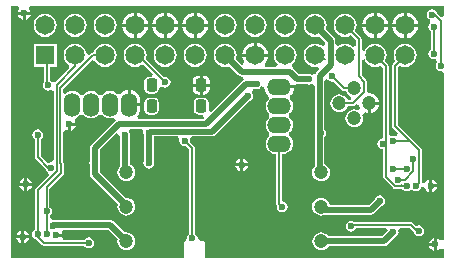
<source format=gbl>
%FSTAX23Y23*%
%MOIN*%
%SFA1B1*%

%IPPOS*%
%AMD49*
4,1,8,0.017700,-0.012800,0.017700,0.012800,0.008900,0.021700,-0.008900,0.021700,-0.017700,0.012800,-0.017700,-0.012800,-0.008900,-0.021700,0.008900,-0.021700,0.017700,-0.012800,0.0*
1,1,0.017720,0.008900,-0.012800*
1,1,0.017720,0.008900,0.012800*
1,1,0.017720,-0.008900,0.012800*
1,1,0.017720,-0.008900,-0.012800*
%
%ADD12C,0.010000*%
%ADD14C,0.006000*%
%ADD42C,0.020000*%
%ADD44C,0.064960*%
%ADD45R,0.064960X0.064960*%
%ADD46O,0.055120X0.078740*%
%ADD47O,0.078740X0.055120*%
%ADD48C,0.047240*%
G04~CAMADD=49~8~0.0~0.0~433.1~354.3~88.6~0.0~15~0.0~0.0~0.0~0.0~0~0.0~0.0~0.0~0.0~0~0.0~0.0~0.0~270.0~356.0~433.0*
%ADD49D49*%
%ADD50C,0.023620*%
%LNfront_flex_dev_board-1*%
%LPD*%
G36*
X0145Y00812D02*
X0144Y00807D01*
X01426Y00821*
X01426Y00821*
X01422Y00827*
X01416Y00831*
X0141Y00833*
X01403Y00831*
X01397Y00827*
X01393Y00821*
X01391Y00815*
X01393Y00808*
X01397Y00802*
X01401Y00799*
X01402Y00792*
X01402Y00788*
X01402Y00787*
X01398Y00781*
X01396Y00775*
X01398Y00768*
X01402Y00762*
X01405Y00759*
Y007*
X01402Y00697*
X01398Y00691*
X01396Y00685*
X01398Y00678*
X01402Y00672*
X01408Y00668*
X01415Y00666*
X0142Y00668*
X01423Y00667*
X01423Y00667*
X01427Y00657*
X01423Y00651*
X01421Y00645*
X01423Y00638*
X01427Y00632*
X01433Y00628*
X0144Y00626*
X0145Y00619*
Y00065*
X01448Y00064*
X01435Y00065*
X01428Y0007*
X01425Y00071*
Y0005*
Y00028*
X01428Y00029*
X01435Y00034*
X01448Y00035*
X0145Y00034*
Y00005*
X00651*
Y00055*
X00649Y00059*
X00645Y00061*
X00636*
X00628Y0007*
X00626Y00076*
X00622Y00082*
X00619Y00085*
Y0037*
X00618Y00373*
X00616Y00376*
X00602Y0039*
X00603Y00395*
X00602Y00399*
X00606Y00407*
X00608Y00409*
X00675*
X00682Y0041*
X00687Y00414*
X00801Y00528*
X00801Y00528*
X00807Y00532*
X00811Y00538*
X00813Y00545*
X00811Y00551*
X00809Y00555*
X00811Y00563*
X00812Y00566*
X00818Y00568*
X00825Y00566*
X00831Y00568*
X00837Y00572*
X0084Y00576*
X00848Y00574*
X0085Y00573*
X00851Y00564*
X00855Y00555*
X00861Y00547*
X00862Y00546*
X00864Y00535*
X00858Y00528*
X00855Y0052*
X00854Y00511*
X00855Y00502*
X00858Y00494*
X00864Y00487*
X00866Y00486*
Y00473*
X00864Y00472*
X00858Y00465*
X00855Y00457*
X00854Y00448*
X00855Y00439*
X00858Y00431*
X00864Y00424*
X00866Y00423*
Y0041*
X00864Y00409*
X00858Y00402*
X00855Y00394*
X00854Y00385*
X00855Y00376*
X00858Y00368*
X00864Y00361*
X00871Y00356*
X00879Y00352*
X00888Y00351*
X0089*
Y00185*
X00891Y00181*
X00892Y00179*
X00891Y00175*
X00893Y00168*
X00897Y00162*
X00903Y00158*
X0091Y00156*
X00916Y00158*
X00922Y00162*
X00926Y00168*
X00928Y00175*
X00926Y00181*
X00922Y00187*
X00916Y00191*
X0091Y00193*
X00909Y00193*
Y00351*
X00911*
X0092Y00352*
X00928Y00356*
X00935Y00361*
X00941Y00368*
X00944Y00376*
X00945Y00385*
X00944Y00394*
X00941Y00402*
X00935Y00409*
X00933Y0041*
Y00423*
X00935Y00424*
X00941Y00431*
X00944Y00439*
X00945Y00448*
X00944Y00457*
X00941Y00465*
X00935Y00472*
X00933Y00473*
Y00486*
X00935Y00487*
X00941Y00494*
X00944Y00502*
X00945Y00511*
X00944Y0052*
X00941Y00528*
X00935Y00535*
X00937Y00546*
X00938Y00547*
X00944Y00555*
X00948Y00564*
X00949Y00569*
X009*
Y00579*
X00952*
X00958Y00583*
X0096Y00583*
X00992*
X00993Y00583*
X01Y00581*
X01006Y00583*
X01008Y00584*
X01018Y00578*
Y0031*
X01013Y00304*
X0101Y00297*
X01009Y0029*
X0101Y00282*
X01013Y00275*
X01018Y00268*
X01024Y00264*
X01031Y00261*
X01039Y0026*
X01047Y00261*
X01054Y00264*
X0106Y00268*
X01065Y00275*
X01068Y00282*
X01069Y0029*
X01068Y00297*
X01065Y00304*
X0106Y00311*
X01054Y00315*
X0105Y00317*
Y00406*
X01052Y00407*
X01056Y00413*
X01057Y0042*
X01056Y00426*
X01052Y00432*
X0105Y00433*
Y00595*
X0106Y00599*
X01062Y00597*
X01068Y00593*
X01075Y00591*
X01079Y00592*
X01108Y00563*
X01111Y00561*
X01115Y0056*
X01121*
X01124Y00555*
X01128Y00548*
X01135Y00544*
X01138Y00536*
X01138Y00532*
X01137Y00531*
X01126Y00534*
X01125Y00534*
X01121Y00541*
X01114Y00545*
X01107Y00548*
X011Y00549*
X01092Y00548*
X01085Y00545*
X01078Y00541*
X01074Y00534*
X01071Y00527*
X0107Y0052*
X01071Y00512*
X01074Y00505*
X01078Y00498*
X01085Y00494*
X01092Y00491*
X011Y0049*
X01107Y00491*
X01114Y00494*
X01121Y00498*
X01125Y00505*
X01128Y0051*
X01146*
X01149Y00511*
X01152Y00513*
X01156Y00517*
X01166Y00513*
X01167Y00511*
X0117Y00504*
X01168Y00501*
X01162Y00496*
X01157Y00498*
X0115Y00499*
X01142Y00498*
X01135Y00495*
X01128Y00491*
X01124Y00484*
X01121Y00477*
X0112Y0047*
X01121Y00462*
X01124Y00455*
X01128Y00448*
X01135Y00444*
X01142Y00441*
X0115Y0044*
X01157Y00441*
X01164Y00444*
X01171Y00448*
X01175Y00455*
X01178Y00462*
X01179Y0047*
X01178Y00477*
X01176Y00482*
X01181Y00488*
X01184Y0049*
X01191Y00487*
X01195Y00486*
Y0052*
X012*
Y00525*
X01233*
X01232Y00528*
X01229Y00536*
X01223Y00543*
X01216Y00549*
X01208Y00552*
X01201Y00553*
X01199Y00554*
X01191Y00562*
Y00592*
X01191Y00595*
X01189Y00598*
X01174Y00613*
Y00664*
X01184Y00666*
X01186Y0066*
X01192Y00652*
X012Y00646*
X01209Y00642*
X0122Y00641*
X0123Y00642*
X01237Y00645*
X01243Y00641*
X01245Y00638*
Y00403*
X01245Y00403*
X01238Y00401*
X01232Y00397*
X01228Y00391*
X01226Y00385*
X01228Y00378*
X01232Y00372*
X01238Y00368*
X01245Y00366*
X01245Y00366*
Y00275*
X01246Y00272*
X01248Y00269*
X01279Y00237*
X01282Y00235*
X01286Y00235*
X01303*
X01307Y00235*
X01312Y00232*
X01318Y00228*
X01325Y00226*
X01331Y00228*
X01337Y00232*
X01342*
X01348Y00228*
X01355Y00226*
X01361Y00228*
X01367Y00232*
X01371Y00238*
X01372Y00242*
X01373Y00242*
X01373Y00242*
X01383Y00239*
X01384Y00236*
X01389Y00229*
X01396Y00224*
X014Y00223*
Y00245*
Y00266*
X01396Y00265*
X01389Y0026*
X01386Y00257*
X01385Y00255*
X01384Y00253*
X01375Y00255*
X01374Y00256*
Y00261*
Y00364*
X01374Y00367*
X01372Y0037*
X01341Y00401*
X01294Y00448*
Y00638*
X01296Y00641*
X01302Y00645*
X01309Y00642*
X0132Y00641*
X0133Y00642*
X01339Y00646*
X01347Y00652*
X01353Y0066*
X01357Y0067*
X01358Y0068*
X01357Y0069*
X01353Y00699*
X01347Y00707*
X01339Y00713*
X0133Y00717*
X0132Y00718*
X01309Y00717*
X013Y00713*
X01292Y00707*
X01286Y00699*
X01282Y0069*
X01281Y0068*
X01282Y0067*
X01286Y0066*
X01286Y0066*
X01278Y00651*
X01276Y00648*
X01275Y00645*
Y00445*
X01276Y00441*
X01278Y00438*
X01297Y00419*
X01297Y00419*
X01293Y00409*
X0129Y00409*
X01286Y00411*
X0128Y00413*
X01274Y00412*
X01271Y00412*
X01264Y00417*
Y00645*
X01263Y00648*
X01261Y00651*
X01253Y0066*
X01253Y0066*
X01257Y0067*
X01258Y0068*
X01257Y0069*
X01253Y00699*
X01247Y00707*
X01239Y00713*
X0123Y00717*
X0122Y00718*
X01209Y00717*
X012Y00713*
X01192Y00707*
X01186Y00699*
X01184Y00694*
X01174Y00696*
Y00735*
X01173Y00738*
X01171Y00741*
X01153Y00759*
X01153Y0076*
X01157Y00769*
X01158Y0078*
X01157Y0079*
X01153Y00799*
X01147Y00807*
X01139Y00813*
X0113Y00817*
X0112Y00818*
X01109Y00817*
X011Y00813*
X01092Y00807*
X01086Y00799*
X01082Y0079*
X01081Y0078*
X01082Y00769*
X01086Y0076*
X01092Y00752*
X011Y00746*
X01109Y00742*
X0112Y00741*
X0113Y00742*
X01139Y00746*
X0114Y00746*
X01155Y00731*
Y00713*
X01151Y0071*
X01145Y00708*
X01139Y00713*
X0113Y00717*
X0112Y00718*
X01109Y00717*
X011Y00713*
X01097Y00711*
X01087Y00716*
Y00728*
X01086Y00734*
X01083Y0074*
X01056Y00766*
X01057Y00769*
X01058Y0078*
X01057Y0079*
X01053Y00799*
X01047Y00807*
X01039Y00813*
X0103Y00817*
X0102Y00818*
X01009Y00817*
X01Y00813*
X00992Y00807*
X00986Y00799*
X00982Y0079*
X00981Y0078*
X00982Y00769*
X00986Y0076*
X00992Y00752*
X01Y00746*
X01009Y00742*
X0102Y00741*
X0103Y00742*
X01033Y00743*
X01053Y00723*
X01053Y00713*
X01044Y00709*
X01039Y00713*
X0103Y00717*
X0102Y00718*
X01009Y00717*
X01Y00713*
X00992Y00707*
X00986Y00699*
X00982Y0069*
X00981Y0068*
X00982Y0067*
X00986Y0066*
X00992Y00652*
X01Y00646*
X01009Y00642*
X0102Y00641*
X01028Y00642*
X01031Y00638*
X01033Y00633*
X01023Y00622*
X0102Y00618*
X01019Y00618*
X01016Y00617*
X01008Y00615*
X01006Y00616*
X01Y00618*
X00993Y00616*
X00992Y00616*
X00966*
X00946Y00636*
X00944Y00638*
X00944Y00638*
X00943Y00647*
X00943Y00649*
X00947Y00652*
X00953Y0066*
X00957Y0067*
X00958Y0068*
X00957Y0069*
X00953Y00699*
X00947Y00707*
X00939Y00713*
X0093Y00717*
X0092Y00718*
X00909Y00717*
X009Y00713*
X00892Y00707*
X00886Y00699*
X00882Y0069*
X00881Y0068*
X00882Y0067*
X00886Y0066*
X00892Y00652*
X00894Y00651*
X0089Y00641*
X00855*
X00852Y00645*
X00851Y00651*
X00857Y00658*
X00861Y00669*
X00862Y00675*
X00777*
X00778Y00669*
X00782Y00658*
X00783Y00658*
X0078Y00647*
X00779Y00646*
X00776Y00647*
X00756Y00666*
X00757Y0067*
X00758Y0068*
X00757Y0069*
X00753Y00699*
X00747Y00707*
X00739Y00713*
X0073Y00717*
X0072Y00718*
X00709Y00717*
X007Y00713*
X00692Y00707*
X00686Y00699*
X00682Y0069*
X00681Y0068*
X00682Y0067*
X00686Y0066*
X00692Y00652*
X007Y00646*
X00709Y00642*
X0072Y00641*
X0073Y00642*
X00733Y00643*
X00763Y00613*
X00768Y00609*
X00775Y00608*
X00779*
X00781Y00598*
X00778Y00596*
X00673Y00491*
X00664Y00496*
X00664Y00497*
Y00522*
X00663Y00528*
X00659Y00533*
X00655Y00536*
X00649Y00537*
X00631*
X00625Y00536*
X0062Y00533*
X00617Y00528*
X00616Y00522*
Y00497*
X00617Y00491*
X0062Y00486*
X00625Y00483*
X00631Y00482*
X00644*
X00649Y00472*
X00646Y00468*
X00431*
X00429Y00471*
X00427Y00478*
X00432Y00484*
X00436Y00493*
X00437Y00503*
Y0051*
X00399*
Y00515*
X00394*
Y00564*
X00389Y00563*
X0038Y00559*
X00372Y00553*
X00371Y00552*
X0036Y0055*
X00353Y00556*
X00345Y00559*
X00336Y0056*
X00327Y00559*
X00319Y00556*
X00312Y0055*
X00311Y00548*
X00298*
X00297Y0055*
X0029Y00556*
X00282Y00559*
X00273Y0056*
X00264Y00559*
X00256Y00556*
X00249Y0055*
X00248Y00548*
X00235*
X00234Y0055*
X00227Y00556*
X00219Y00559*
X0021Y0056*
X00201Y00559*
X00193Y00556*
X00189Y00552*
X0018Y00555*
X00179Y00556*
X00179Y00566*
X00276Y00663*
X00284Y00661*
X00287Y00659*
X00292Y00652*
X003Y00646*
X00309Y00642*
X0032Y00641*
X0033Y00642*
X00339Y00646*
X00347Y00652*
X00353Y0066*
X00357Y0067*
X00358Y0068*
X00357Y0069*
X00353Y00699*
X00347Y00707*
X00339Y00713*
X0033Y00717*
X0032Y00718*
X00309Y00717*
X003Y00713*
X00292Y00707*
X00286Y00699*
X00282Y0069*
X00282Y00689*
X0028*
X00276Y00688*
X00273Y00686*
X00268Y00681*
X00258Y00685*
X00257Y0069*
X00253Y00699*
X00247Y00707*
X00239Y00713*
X0023Y00717*
X0022Y00718*
X00209Y00717*
X002Y00713*
X00192Y00707*
X00186Y00699*
X00182Y0069*
X00181Y0068*
X00182Y0067*
X00186Y0066*
X00192Y00652*
X00198Y00648*
X002Y00636*
X00155Y00591*
X00144Y00592*
X00142Y00592*
X00142Y00592*
X00136Y00596*
X00134Y00597*
Y00641*
X00158*
Y00718*
X00081*
Y00641*
X00115*
Y0059*
X00113Y00586*
X00111Y0058*
X00113Y00573*
X00117Y00567*
X00123Y00563*
X0013Y00561*
X00136Y00563*
X00138Y00564*
X00148Y00559*
Y00331*
X0014Y00323*
X00133Y00321*
X00128Y00319*
X00104Y00343*
Y00399*
X00107Y00402*
X00111Y00408*
X00113Y00415*
X00111Y00421*
X00107Y00427*
X00101Y00431*
X00095Y00433*
X00088Y00431*
X00082Y00427*
X00078Y00421*
X00076Y00415*
X00078Y00408*
X00082Y00402*
X00085Y00399*
Y0034*
X00086Y00336*
X00088Y00333*
X00123Y00298*
X00123Y00298*
X00127Y00292*
X00128Y00291*
X00131Y00279*
X00088Y00236*
X00086Y00233*
X00085Y00229*
Y001*
X00081Y00097*
X00077Y00092*
X00076Y00085*
X00077Y00078*
X00081Y00072*
X00087Y00068*
X00088Y00068*
X00108Y00048*
X00111Y00046*
X00115Y00045*
X00249*
X00252Y00042*
X00258Y00038*
X00265Y00036*
X00271Y00038*
X00277Y00042*
X00281Y00048*
X00283Y00055*
X00281Y00061*
X00277Y00067*
X00271Y00071*
X00265Y00073*
X00258Y00071*
X00252Y00067*
X00249Y00064*
X00182*
X0018Y00066*
X00176Y00074*
X00176Y00075*
X00155*
Y00085*
X00176*
X00175Y00088*
X00175Y00088*
X0018Y00098*
X00328*
X00361Y00066*
X0036Y0006*
X00361Y00052*
X00364Y00045*
X00369Y00038*
X00375Y00034*
X00382Y00031*
X0039Y0003*
X00398Y00031*
X00405Y00034*
X00411Y00038*
X00416Y00045*
X00419Y00052*
X0042Y0006*
X00419Y00067*
X00416Y00074*
X00411Y00081*
X00405Y00085*
X00398Y00088*
X0039Y00089*
X00384Y00089*
X00346Y00126*
X00341Y0013*
X00335Y00131*
X00145*
X00136Y00137*
X00136Y00146*
X00137Y00147*
X00141Y00153*
X00143Y0016*
X00141Y00166*
X00137Y00172*
X00133Y00175*
Y00235*
X00179Y00281*
X00181Y00284*
X00181Y00287*
Y00318*
X00181Y00322*
X00179Y00325*
X00179Y00325*
Y00425*
X00189Y00431*
X00191Y00429*
X00195Y00428*
Y0045*
X002*
Y00455*
X00221*
X0022Y00458*
X00219Y0046*
Y00462*
X00222Y00472*
X00227Y00473*
X00234Y00479*
X00235Y00481*
X00248*
X00249Y00479*
X00256Y00473*
X00264Y0047*
X00273Y00469*
X00282Y0047*
X0029Y00473*
X00297Y00479*
X00298Y00481*
X00311*
X00312Y00479*
X00319Y00473*
X00327Y0047*
X00336Y00469*
X00345Y0047*
X00349Y00472*
X00354Y00463*
X00354Y00463*
X00273Y00382*
X00269Y00377*
X00268Y00371*
Y00327*
X00268Y00326*
X00266Y0032*
X00268Y00313*
X00268Y00312*
Y00285*
X00269Y00278*
X00273Y00273*
X00362Y00184*
X00361Y00182*
X0036Y00175*
X00361Y00167*
X00364Y0016*
X00368Y00153*
X00375Y00149*
X00382Y00146*
X0039Y00145*
X00397Y00146*
X00404Y00149*
X00411Y00153*
X00415Y0016*
X00418Y00167*
X00419Y00175*
X00418Y00182*
X00415Y00189*
X00411Y00196*
X00404Y002*
X00397Y00203*
X0039Y00204*
X00388Y00204*
X00301Y00291*
Y00312*
X00301Y00313*
X00303Y0032*
X00301Y00326*
X00301Y00327*
Y00364*
X00357Y0042*
X00367Y00415*
X00366Y00415*
X00368Y00408*
X00368Y00407*
Y0031*
X00364Y00304*
X00361Y00297*
X0036Y0029*
X00361Y00282*
X00364Y00275*
X00368Y00268*
X00375Y00264*
X00382Y00261*
X0039Y0026*
X00397Y00261*
X00404Y00264*
X00411Y00268*
X00415Y00275*
X00418Y00282*
X00419Y0029*
X00418Y00297*
X00415Y00304*
X00411Y00311*
X00404Y00315*
X00401Y00317*
Y00407*
X00401Y00408*
X00403Y00415*
X00401Y00421*
X00399Y00425*
X00402Y00433*
X00403Y00435*
X00441*
X00446Y00429*
X00447Y00425*
X00446Y0042*
X00448Y00413*
X00448Y00412*
Y00327*
X00448Y00326*
X00446Y0032*
X00448Y00313*
X00452Y00307*
X00458Y00303*
X00465Y00301*
X00471Y00303*
X00477Y00307*
X00481Y00313*
X00483Y0032*
X00481Y00326*
X00481Y00327*
Y00409*
X00561*
X00563Y00407*
X00567Y00399*
X00566Y00395*
X00568Y00388*
X00572Y00382*
X00578Y00378*
X00585Y00376*
X00589Y00377*
X006Y00366*
Y00085*
X00597Y00082*
X00593Y00076*
X00591Y0007*
X0059Y00061*
X00585Y00059*
X00583Y00055*
Y00005*
X00005*
Y00845*
X0003*
X00032Y00838*
X00033Y00835*
X00029Y00828*
X00028Y00825*
X00071*
X0007Y00828*
X00066Y00835*
X00067Y00838*
X00069Y00845*
X0145*
Y00812*
G37*
%LNfront_flex_dev_board-2*%
%LPC*%
G36*
X00071Y00815D02*
X00055D01*
Y00798*
X00058Y00799*
X00065Y00804*
X0007Y00811*
X00071Y00815*
G37*
G36*
X00045D02*
X00028D01*
X00029Y00811*
X00034Y00804*
X00041Y00799*
X00045Y00798*
Y00815*
G37*
G36*
X01325Y00822D02*
Y00785D01*
X01362*
X01361Y00791*
X01357Y00801*
X0135Y0081*
X01341Y00817*
X01331Y00821*
X01325Y00822*
G37*
G36*
X01315D02*
X01308Y00821D01*
X01298Y00817*
X01289Y0081*
X01282Y00801*
X01278Y00791*
X01277Y00785*
X01315*
Y00822*
G37*
G36*
X01225D02*
Y00785D01*
X01262*
X01261Y00791*
X01257Y00801*
X0125Y0081*
X01241Y00817*
X01231Y00821*
X01225Y00822*
G37*
G36*
X01215D02*
X01208Y00821D01*
X01198Y00817*
X01189Y0081*
X01182Y00801*
X01178Y00791*
X01177Y00785*
X01215*
Y00822*
G37*
G36*
X00625D02*
Y00785D01*
X00662*
X00661Y00791*
X00657Y00801*
X0065Y0081*
X00641Y00817*
X00631Y00821*
X00625Y00822*
G37*
G36*
X00615D02*
X00608Y00821D01*
X00598Y00817*
X00589Y0081*
X00582Y00801*
X00578Y00791*
X00577Y00785*
X00615*
Y00822*
G37*
G36*
X00525D02*
Y00785D01*
X00562*
X00561Y00791*
X00557Y00801*
X0055Y0081*
X00541Y00817*
X00531Y00821*
X00525Y00822*
G37*
G36*
X00515D02*
X00508Y00821D01*
X00498Y00817*
X00489Y0081*
X00482Y00801*
X00478Y00791*
X00477Y00785*
X00515*
Y00822*
G37*
G36*
X00425D02*
Y00785D01*
X00462*
X00461Y00791*
X00457Y00801*
X0045Y0081*
X00441Y00817*
X00431Y00821*
X00425Y00822*
G37*
G36*
X00415D02*
X00408Y00821D01*
X00398Y00817*
X00389Y0081*
X00382Y00801*
X00378Y00791*
X00377Y00785*
X00415*
Y00822*
G37*
G36*
X0092Y00818D02*
X00909Y00817D01*
X009Y00813*
X00892Y00807*
X00886Y00799*
X00882Y0079*
X00881Y0078*
X00882Y00769*
X00886Y0076*
X00892Y00752*
X009Y00746*
X00909Y00742*
X0092Y00741*
X0093Y00742*
X00939Y00746*
X00947Y00752*
X00953Y0076*
X00957Y00769*
X00958Y0078*
X00957Y0079*
X00953Y00799*
X00947Y00807*
X00939Y00813*
X0093Y00817*
X0092Y00818*
G37*
G36*
X0082D02*
X00809Y00817D01*
X008Y00813*
X00792Y00807*
X00786Y00799*
X00782Y0079*
X00781Y0078*
X00782Y00769*
X00786Y0076*
X00792Y00752*
X008Y00746*
X00809Y00742*
X0082Y00741*
X0083Y00742*
X00839Y00746*
X00847Y00752*
X00853Y0076*
X00857Y00769*
X00858Y0078*
X00857Y0079*
X00853Y00799*
X00847Y00807*
X00839Y00813*
X0083Y00817*
X0082Y00818*
G37*
G36*
X0072D02*
X00709Y00817D01*
X007Y00813*
X00692Y00807*
X00686Y00799*
X00682Y0079*
X00681Y0078*
X00682Y00769*
X00686Y0076*
X00692Y00752*
X007Y00746*
X00709Y00742*
X0072Y00741*
X0073Y00742*
X00739Y00746*
X00747Y00752*
X00753Y0076*
X00757Y00769*
X00758Y0078*
X00757Y0079*
X00753Y00799*
X00747Y00807*
X00739Y00813*
X0073Y00817*
X0072Y00818*
G37*
G36*
X0032D02*
X00309Y00817D01*
X003Y00813*
X00292Y00807*
X00286Y00799*
X00282Y0079*
X00281Y0078*
X00282Y00769*
X00286Y0076*
X00292Y00752*
X003Y00746*
X00309Y00742*
X0032Y00741*
X0033Y00742*
X00339Y00746*
X00347Y00752*
X00353Y0076*
X00357Y00769*
X00358Y0078*
X00357Y0079*
X00353Y00799*
X00347Y00807*
X00339Y00813*
X0033Y00817*
X0032Y00818*
G37*
G36*
X0022D02*
X00209Y00817D01*
X002Y00813*
X00192Y00807*
X00186Y00799*
X00182Y0079*
X00181Y0078*
X00182Y00769*
X00186Y0076*
X00192Y00752*
X002Y00746*
X00209Y00742*
X0022Y00741*
X0023Y00742*
X00239Y00746*
X00247Y00752*
X00253Y0076*
X00257Y00769*
X00258Y0078*
X00257Y0079*
X00253Y00799*
X00247Y00807*
X00239Y00813*
X0023Y00817*
X0022Y00818*
G37*
G36*
X0012D02*
X00109Y00817D01*
X001Y00813*
X00092Y00807*
X00086Y00799*
X00082Y0079*
X00081Y0078*
X00082Y00769*
X00086Y0076*
X00092Y00752*
X001Y00746*
X00109Y00742*
X0012Y00741*
X0013Y00742*
X00139Y00746*
X00147Y00752*
X00153Y0076*
X00157Y00769*
X00158Y0078*
X00157Y0079*
X00153Y00799*
X00147Y00807*
X00139Y00813*
X0013Y00817*
X0012Y00818*
G37*
G36*
X01362Y00775D02*
X01325D01*
Y00737*
X01331Y00738*
X01341Y00742*
X0135Y00749*
X01357Y00758*
X01361Y00768*
X01362Y00775*
G37*
G36*
X01315D02*
X01277D01*
X01278Y00768*
X01282Y00758*
X01289Y00749*
X01298Y00742*
X01308Y00738*
X01315Y00737*
Y00775*
G37*
G36*
X01262D02*
X01225D01*
Y00737*
X01231Y00738*
X01241Y00742*
X0125Y00749*
X01257Y00758*
X01261Y00768*
X01262Y00775*
G37*
G36*
X01215D02*
X01177D01*
X01178Y00768*
X01182Y00758*
X01189Y00749*
X01198Y00742*
X01208Y00738*
X01215Y00737*
Y00775*
G37*
G36*
X00662D02*
X00625D01*
Y00737*
X00631Y00738*
X00641Y00742*
X0065Y00749*
X00657Y00758*
X00661Y00768*
X00662Y00775*
G37*
G36*
X00615D02*
X00577D01*
X00578Y00768*
X00582Y00758*
X00589Y00749*
X00598Y00742*
X00608Y00738*
X00615Y00737*
Y00775*
G37*
G36*
X00562D02*
X00525D01*
Y00737*
X00531Y00738*
X00541Y00742*
X0055Y00749*
X00557Y00758*
X00561Y00768*
X00562Y00775*
G37*
G36*
X00515D02*
X00477D01*
X00478Y00768*
X00482Y00758*
X00489Y00749*
X00498Y00742*
X00508Y00738*
X00515Y00737*
Y00775*
G37*
G36*
X00462D02*
X00425D01*
Y00737*
X00431Y00738*
X00441Y00742*
X0045Y00749*
X00457Y00758*
X00461Y00768*
X00462Y00775*
G37*
G36*
X00415D02*
X00377D01*
X00378Y00768*
X00382Y00758*
X00389Y00749*
X00398Y00742*
X00408Y00738*
X00415Y00737*
Y00775*
G37*
G36*
X00825Y00722D02*
Y00685D01*
X00862*
X00861Y00691*
X00857Y00701*
X0085Y0071*
X00841Y00717*
X00831Y00721*
X00825Y00722*
G37*
G36*
X00815D02*
X00808Y00721D01*
X00798Y00717*
X00789Y0071*
X00782Y00701*
X00778Y00691*
X00777Y00685*
X00815*
Y00722*
G37*
G36*
X0062Y00718D02*
X00609Y00717D01*
X006Y00713*
X00592Y00707*
X00586Y00699*
X00582Y0069*
X00581Y0068*
X00582Y0067*
X00586Y0066*
X00592Y00652*
X006Y00646*
X00609Y00642*
X0062Y00641*
X0063Y00642*
X00639Y00646*
X00647Y00652*
X00653Y0066*
X00657Y0067*
X00658Y0068*
X00657Y0069*
X00653Y00699*
X00647Y00707*
X00639Y00713*
X0063Y00717*
X0062Y00718*
G37*
G36*
X0052D02*
X00509Y00717D01*
X005Y00713*
X00492Y00707*
X00486Y00699*
X00482Y0069*
X00481Y0068*
X00482Y0067*
X00486Y0066*
X00492Y00652*
X005Y00646*
X00509Y00642*
X0052Y00641*
X0053Y00642*
X00539Y00646*
X00547Y00652*
X00553Y0066*
X00557Y0067*
X00558Y0068*
X00557Y0069*
X00553Y00699*
X00547Y00707*
X00539Y00713*
X0053Y00717*
X0052Y00718*
G37*
G36*
X00649Y00612D02*
X00645D01*
Y00585*
X00668*
Y00593*
X00666Y00601*
X00662Y00607*
X00656Y00611*
X00649Y00612*
G37*
G36*
X00635D02*
X00631D01*
X00624Y00611*
X00617Y00607*
X00613Y00601*
X00612Y00593*
Y00585*
X00635*
Y00612*
G37*
G36*
X0042Y00718D02*
X00409Y00717D01*
X004Y00713*
X00392Y00707*
X00386Y00699*
X00382Y0069*
X00381Y0068*
X00382Y0067*
X00386Y0066*
X00392Y00652*
X004Y00646*
X00409Y00642*
X0042Y00641*
X0043Y00642*
X00439Y00646*
X00445Y00651*
X00478Y00618*
X00474Y00608*
X00466*
X0046Y00607*
X00455Y00604*
X00452Y00599*
X0045Y00593*
Y00568*
X00452Y00562*
X00455Y00557*
X0046Y00554*
X00466Y00552*
X00483*
X00489Y00554*
X00494Y00557*
X00497Y00562*
X00499Y00568*
Y00571*
X00502Y00573*
X00509Y00575*
X00513Y00573*
X0052Y00571*
X00526Y00573*
X00532Y00577*
X00536Y00583*
X00538Y0059*
X00536Y00596*
X00532Y00602*
X00526Y00606*
X0052Y00608*
X00515Y00607*
X00456Y00666*
X00457Y0067*
X00458Y0068*
X00457Y0069*
X00453Y00699*
X00447Y00707*
X00439Y00713*
X0043Y00717*
X0042Y00718*
G37*
G36*
X00668Y00575D02*
X00645D01*
Y00548*
X00649*
X00656Y0055*
X00662Y00554*
X00666Y0056*
X00668Y00568*
Y00575*
G37*
G36*
X00635D02*
X00612D01*
Y00568*
X00613Y0056*
X00617Y00554*
X00624Y0055*
X00631Y00548*
X00635*
Y00575*
G37*
G36*
X00404Y00564D02*
Y0052D01*
X00437*
Y00526*
X00436Y00536*
X00432Y00545*
X00426Y00553*
X00418Y00559*
X00409Y00563*
X00404Y00564*
G37*
G36*
X01233Y00515D02*
X01205D01*
Y00486*
X01208Y00487*
X01216Y0049*
X01223Y00496*
X01229Y00503*
X01232Y00511*
X01233Y00515*
G37*
G36*
X00475Y00537D02*
X00475Y00537D01*
X00466*
X0046Y00536*
X00455Y00533*
X00452Y00528*
X0045Y00522*
Y00497*
X00452Y00491*
X00455Y00486*
X0046Y00483*
X00466Y00482*
X00483*
X00489Y00483*
X00494Y00486*
X00497Y00491*
X00499Y00497*
Y00522*
X00497Y00528*
X00494Y00533*
X00489Y00536*
X00483Y00537*
X00475*
X00475Y00537*
G37*
G36*
X00221Y00445D02*
X00205D01*
Y00428*
X00208Y00429*
X00215Y00434*
X0022Y00441*
X00221Y00445*
G37*
G36*
X0078Y00336D02*
Y0032D01*
X00796*
X00795Y00323*
X0079Y0033*
X00783Y00335*
X0078Y00336*
G37*
G36*
X0077D02*
X00766Y00335D01*
X00759Y0033*
X00754Y00323*
X00753Y0032*
X0077*
Y00336*
G37*
G36*
X00796Y0031D02*
X0078D01*
Y00293*
X00783Y00294*
X0079Y00299*
X00795Y00306*
X00796Y0031*
G37*
G36*
X0077D02*
X00753D01*
X00754Y00306*
X00759Y00299*
X00766Y00294*
X0077Y00293*
Y0031*
G37*
G36*
X0006Y00271D02*
Y00255D01*
X00076*
X00075Y00258*
X0007Y00265*
X00063Y0027*
X0006Y00271*
G37*
G36*
X0005D02*
X00046Y0027D01*
X00039Y00265*
X00034Y00258*
X00033Y00255*
X0005*
Y00271*
G37*
G36*
X0141Y00266D02*
Y0025D01*
X01426*
X01425Y00253*
X0142Y0026*
X01413Y00265*
X0141Y00266*
G37*
G36*
X00076Y00245D02*
X0006D01*
Y00228*
X00063Y00229*
X0007Y00234*
X00075Y00241*
X00076Y00245*
G37*
G36*
X0005D02*
X00033D01*
X00034Y00241*
X00039Y00234*
X00046Y00229*
X0005Y00228*
Y00245*
G37*
G36*
X01426Y0024D02*
X0141D01*
Y00223*
X01413Y00224*
X0142Y00229*
X01425Y00236*
X01426Y0024*
G37*
G36*
X01235Y00213D02*
X01228Y00211D01*
X01222Y00207*
X01218Y00201*
X01218Y00201*
X01198Y00181*
X01068*
X01068Y00182*
X01065Y00189*
X0106Y00196*
X01054Y002*
X01047Y00203*
X01039Y00204*
X01031Y00203*
X01024Y002*
X01018Y00196*
X01013Y00189*
X0101Y00182*
X01009Y00175*
X0101Y00167*
X01013Y0016*
X01018Y00153*
X01024Y00149*
X01031Y00146*
X01039Y00145*
X01047Y00146*
X01053Y00148*
X01205*
X01211Y00149*
X01216Y00153*
X01241Y00178*
X01241Y00178*
X01247Y00182*
X01251Y00188*
X01253Y00195*
X01251Y00201*
X01247Y00207*
X01241Y00211*
X01235Y00213*
G37*
G36*
X0005Y00096D02*
Y0008D01*
X00066*
X00065Y00083*
X0006Y0009*
X00053Y00095*
X0005Y00096*
G37*
G36*
X0004D02*
X00036Y00095D01*
X00029Y0009*
X00024Y00083*
X00023Y0008*
X0004*
Y00096*
G37*
G36*
X0114Y00128D02*
X01133Y00126D01*
X01127Y00122*
X01123Y00116*
X01121Y0011*
X01123Y00103*
X01127Y00097*
X01133Y00093*
X0114Y00091*
X01146Y00093*
X01152Y00097*
X01156Y00103*
X01157Y00105*
X01257*
X01262Y00097*
X01262Y00097*
X01262Y00095*
X01243Y00076*
X01064*
X01061Y00081*
X01054Y00085*
X01047Y00088*
X0104Y00089*
X01032Y00088*
X01025Y00085*
X01018Y00081*
X01014Y00074*
X01011Y00067*
X0101Y0006*
X01011Y00052*
X01014Y00045*
X01018Y00038*
X01025Y00034*
X01032Y00031*
X0104Y0003*
X01047Y00031*
X01054Y00034*
X01061Y00038*
X01064Y00043*
X0125*
X01256Y00044*
X01261Y00048*
X01286Y00073*
X01286Y00073*
X01292Y00077*
X01296Y00083*
X01298Y0009*
X01297Y00095*
X01297Y00098*
X01302Y00105*
X01336*
X01346Y00095*
X01346Y00095*
X01348Y00088*
X01352Y00082*
X01358Y00078*
X01365Y00076*
X01371Y00078*
X01377Y00082*
X01381Y00088*
X01383Y00095*
X01381Y00101*
X01377Y00107*
X01371Y00111*
X01365Y00113*
X01358Y00111*
X01356Y00111*
X01346Y00121*
X01343Y00123*
X0134Y00124*
X0115*
X01146Y00126*
X0114Y00128*
G37*
G36*
X01415Y00071D02*
X01411Y0007D01*
X01404Y00065*
X01399Y00058*
X01398Y00055*
X01415*
Y00071*
G37*
G36*
X00066Y0007D02*
X0005D01*
Y00053*
X00053Y00054*
X0006Y00059*
X00065Y00066*
X00066Y0007*
G37*
G36*
X0004D02*
X00023D01*
X00024Y00066*
X00029Y00059*
X00036Y00054*
X0004Y00053*
Y0007*
G37*
G36*
X01415Y00045D02*
X01398D01*
X01399Y00041*
X01404Y00034*
X01411Y00029*
X01415Y00028*
Y00045*
G37*
%LNfront_flex_dev_board-3*%
%LPD*%
G54D12*
X00155Y0008D02*
X00156D01*
X00157Y0008*
G54D14*
X0136Y00095D02*
X01365D01*
X0134Y00115D02*
X0136Y00095D01*
X0142Y00815D02*
X0144Y00795D01*
X0141Y00815D02*
X0142D01*
X0128Y00395D02*
X01335D01*
X01245Y00385D02*
X0125D01*
X01255Y0039*
X00585Y00395D02*
Y00396D01*
X00589Y00391*
X01303Y00244D02*
X01306Y00246D01*
X01255Y00275D02*
X01286Y00244D01*
X01303*
X01255Y00275D02*
Y0039D01*
X01306Y00246D02*
X01308D01*
X01295Y00265D02*
X01295Y00265D01*
X01308Y00246D02*
X0131Y00245D01*
X01325*
X01295Y00265D02*
X01318D01*
X01335Y00395D02*
X01365Y00364D01*
X01355Y00245D02*
X01365Y00255D01*
Y00364*
X01346Y00293D02*
Y00333D01*
X01345Y00335D02*
X01346Y00333D01*
X01318Y00265D02*
X01346Y00293D01*
X01145Y00115D02*
X0134D01*
X0114Y0011D02*
X01145Y00115D01*
X00124Y00239D02*
X00172Y00287D01*
X00094Y00075D02*
X00115Y00055D01*
X00094Y00229D02*
X0016Y00295D01*
X00124Y00083D02*
Y00239D01*
Y00083D02*
X00124Y00083D01*
X00094Y00075D02*
Y00085D01*
Y00229*
X00115Y00055D02*
X00265D01*
X00158Y00581D02*
X0022Y00643D01*
X00158Y00316D02*
Y00581D01*
Y00316D02*
X0016Y00313D01*
X0017Y0057D02*
X0028Y0068D01*
X0017Y00321D02*
Y0057D01*
Y00321D02*
X00172Y00318D01*
X0016Y00295D02*
Y00313D01*
X00172Y00287D02*
Y00318D01*
X0013Y00305D02*
X0014D01*
X00095Y0034D02*
X0013Y00305D01*
X01255Y0039D02*
Y00645D01*
X01285Y00445D02*
X01335Y00395D01*
X01285Y00445D02*
Y00645D01*
X0128Y003D02*
X01325D01*
X0133Y00305*
X00095Y0034D02*
Y00415D01*
X0028Y0068D02*
X0032D01*
X0144Y00645D02*
Y00795D01*
X01415Y00685D02*
Y00775D01*
X01075Y0061D02*
X01115Y0057D01*
X0115*
X01182Y00556D02*
Y00592D01*
X011Y0052D02*
X01146D01*
X01182Y00556*
X01165Y0061D02*
X01182Y00592D01*
X01165Y0061D02*
Y00735D01*
X0112Y0078D02*
X01165Y00735D01*
X009Y00185D02*
X0091Y00175D01*
X009Y00185D02*
Y00385D01*
X0061Y0007D02*
Y0037D01*
X00589Y0039D02*
X0061Y0037D01*
X00589Y0039D02*
Y00391D01*
X00429Y0068D02*
X0052Y0059D01*
X0122Y0068D02*
X01255Y00645D01*
X01285D02*
X0132Y0068D01*
X0122Y00664D02*
Y0068D01*
X0042D02*
X00429D01*
X0022Y00643D02*
Y0068D01*
X0012D02*
X00125Y00675D01*
Y00575D02*
Y00675D01*
X01031Y00668D02*
X01051D01*
X0102Y0068D02*
X01031Y00668D01*
G54D42*
X00285Y0032D02*
Y00371D01*
Y00285D02*
Y0032D01*
X00145Y0011D02*
Y00115D01*
X01205Y00165D02*
X01235Y00195D01*
X01045Y00165D02*
X01205D01*
X0125Y0006D02*
X0128Y0009D01*
X0104Y0006D02*
X0125D01*
X01034Y00295D02*
Y00611D01*
X00285Y00285D02*
X00395Y00174D01*
X00145Y00115D02*
X00335D01*
X0039Y0006*
X0047Y00425D02*
X00675D01*
X00465Y0042D02*
X0047Y00425D01*
X00285Y00371D02*
X00365Y00451D01*
X00656*
X0079Y00585*
X00825*
X01034Y00295D02*
X01039Y0029D01*
X00385Y00295D02*
Y00415D01*
Y00295D02*
X0039Y0029D01*
X00395Y00165D02*
Y00174D01*
X01071Y00648D02*
Y00728D01*
X01034Y00611D02*
X01071Y00648D01*
X0102Y0078D02*
X01071Y00728D01*
X00675Y00425D02*
X00795Y00545D01*
X0072Y0068D02*
X00775Y00625D01*
X00935*
X0096Y006*
X01*
X00465Y0032D02*
Y0042D01*
X00475Y0051D02*
Y0052D01*
X00475Y00521*
G54D44*
X0132Y0078D03*
Y0068D03*
X0122Y0078D03*
Y0068D03*
X0112Y0078D03*
Y0068D03*
X0102Y0078D03*
Y0068D03*
X0092Y0078D03*
Y0068D03*
X0082Y0078D03*
Y0068D03*
X0072Y0078D03*
Y0068D03*
X0062Y0078D03*
Y0068D03*
X0052Y0078D03*
Y0068D03*
X0042Y0078D03*
Y0068D03*
X0032Y0078D03*
Y0068D03*
X0022Y0078D03*
Y0068D03*
X0012Y0078D03*
G54D45*
X0012Y0068D03*
G54D46*
X00399Y00515D03*
X00336D03*
X00273D03*
X0021D03*
G54D47*
X009Y00385D03*
Y00448D03*
Y00511D03*
Y00574D03*
G54D48*
X012Y0052D03*
X0115Y0057D03*
X011Y0052D03*
X0115Y0047D03*
X01039Y00175D03*
X0039D03*
X0039Y0006D03*
X0104D03*
X01039Y0029D03*
X0039D03*
G54D49*
X00475Y0051D03*
X0064D03*
X00475Y0058D03*
X0064D03*
G54D50*
X00285Y0032D03*
X01365Y00095D03*
X00125Y0016D03*
X0141Y00815D03*
X0128Y00395D03*
X01245Y00385D03*
X00585Y00395D03*
X00055Y0025D03*
X01405Y00245D03*
X01295Y00265D03*
X01345Y00335D03*
X00155Y0008D03*
X00094Y00085D03*
X00124Y00083D03*
X00145Y0011D03*
X0014Y00305D03*
X00265Y00055D03*
X0142Y0005D03*
X01235Y00195D03*
X0114Y0011D03*
X0128Y0009D03*
X01325Y00245D03*
X01355D03*
X01326Y00302D03*
X0128Y003D03*
X00095Y00415D03*
X00045Y00075D03*
X00385Y00415D03*
X002Y0045D03*
X00775Y00315D03*
X0005Y0082D03*
X0144Y00645D03*
X01415Y00685D03*
Y00775D03*
X01039Y0042D03*
X01075Y0061D03*
X0091Y00175D03*
X00795Y00545D03*
X0052Y0059D03*
X0013Y0058D03*
X0061Y0007D03*
X00825Y00585D03*
X01Y006D03*
X00465Y0032D03*
Y0042D03*
M02*
</source>
